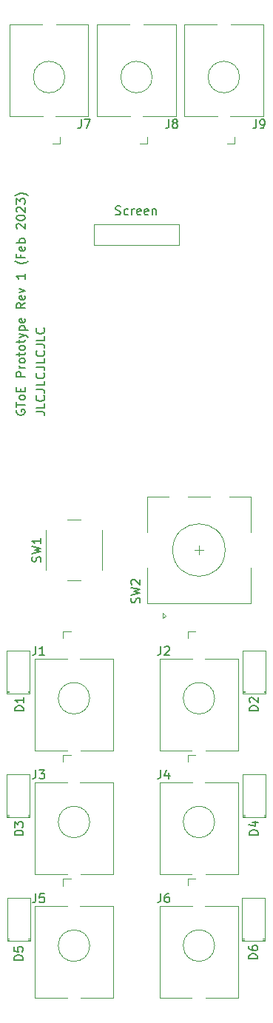
<source format=gbr>
%TF.GenerationSoftware,KiCad,Pcbnew,(6.0.10-0)*%
%TF.CreationDate,2023-02-15T18:47:27+02:00*%
%TF.ProjectId,gtoe,67746f65-2e6b-4696-9361-645f70636258,rev?*%
%TF.SameCoordinates,Original*%
%TF.FileFunction,Legend,Top*%
%TF.FilePolarity,Positive*%
%FSLAX46Y46*%
G04 Gerber Fmt 4.6, Leading zero omitted, Abs format (unit mm)*
G04 Created by KiCad (PCBNEW (6.0.10-0)) date 2023-02-15 18:47:27*
%MOMM*%
%LPD*%
G01*
G04 APERTURE LIST*
%ADD10C,0.150000*%
%ADD11C,0.120000*%
G04 APERTURE END LIST*
D10*
X103492380Y-84649047D02*
X104206666Y-84649047D01*
X104349523Y-84696666D01*
X104444761Y-84791904D01*
X104492380Y-84934761D01*
X104492380Y-85030000D01*
X104492380Y-83696666D02*
X104492380Y-84172857D01*
X103492380Y-84172857D01*
X104397142Y-82791904D02*
X104444761Y-82839523D01*
X104492380Y-82982380D01*
X104492380Y-83077619D01*
X104444761Y-83220476D01*
X104349523Y-83315714D01*
X104254285Y-83363333D01*
X104063809Y-83410952D01*
X103920952Y-83410952D01*
X103730476Y-83363333D01*
X103635238Y-83315714D01*
X103540000Y-83220476D01*
X103492380Y-83077619D01*
X103492380Y-82982380D01*
X103540000Y-82839523D01*
X103587619Y-82791904D01*
X103492380Y-82077619D02*
X104206666Y-82077619D01*
X104349523Y-82125238D01*
X104444761Y-82220476D01*
X104492380Y-82363333D01*
X104492380Y-82458571D01*
X104492380Y-81125238D02*
X104492380Y-81601428D01*
X103492380Y-81601428D01*
X104397142Y-80220476D02*
X104444761Y-80268095D01*
X104492380Y-80410952D01*
X104492380Y-80506190D01*
X104444761Y-80649047D01*
X104349523Y-80744285D01*
X104254285Y-80791904D01*
X104063809Y-80839523D01*
X103920952Y-80839523D01*
X103730476Y-80791904D01*
X103635238Y-80744285D01*
X103540000Y-80649047D01*
X103492380Y-80506190D01*
X103492380Y-80410952D01*
X103540000Y-80268095D01*
X103587619Y-80220476D01*
X103492380Y-79506190D02*
X104206666Y-79506190D01*
X104349523Y-79553809D01*
X104444761Y-79649047D01*
X104492380Y-79791904D01*
X104492380Y-79887142D01*
X104492380Y-78553809D02*
X104492380Y-79030000D01*
X103492380Y-79030000D01*
X104397142Y-77649047D02*
X104444761Y-77696666D01*
X104492380Y-77839523D01*
X104492380Y-77934761D01*
X104444761Y-78077619D01*
X104349523Y-78172857D01*
X104254285Y-78220476D01*
X104063809Y-78268095D01*
X103920952Y-78268095D01*
X103730476Y-78220476D01*
X103635238Y-78172857D01*
X103540000Y-78077619D01*
X103492380Y-77934761D01*
X103492380Y-77839523D01*
X103540000Y-77696666D01*
X103587619Y-77649047D01*
X103492380Y-76934761D02*
X104206666Y-76934761D01*
X104349523Y-76982380D01*
X104444761Y-77077619D01*
X104492380Y-77220476D01*
X104492380Y-77315714D01*
X104492380Y-75982380D02*
X104492380Y-76458571D01*
X103492380Y-76458571D01*
X104397142Y-75077619D02*
X104444761Y-75125238D01*
X104492380Y-75268095D01*
X104492380Y-75363333D01*
X104444761Y-75506190D01*
X104349523Y-75601428D01*
X104254285Y-75649047D01*
X104063809Y-75696666D01*
X103920952Y-75696666D01*
X103730476Y-75649047D01*
X103635238Y-75601428D01*
X103540000Y-75506190D01*
X103492380Y-75363333D01*
X103492380Y-75268095D01*
X103540000Y-75125238D01*
X103587619Y-75077619D01*
X101300000Y-84442857D02*
X101252380Y-84538095D01*
X101252380Y-84680952D01*
X101300000Y-84823809D01*
X101395238Y-84919047D01*
X101490476Y-84966666D01*
X101680952Y-85014285D01*
X101823809Y-85014285D01*
X102014285Y-84966666D01*
X102109523Y-84919047D01*
X102204761Y-84823809D01*
X102252380Y-84680952D01*
X102252380Y-84585714D01*
X102204761Y-84442857D01*
X102157142Y-84395238D01*
X101823809Y-84395238D01*
X101823809Y-84585714D01*
X101252380Y-84109523D02*
X101252380Y-83538095D01*
X102252380Y-83823809D02*
X101252380Y-83823809D01*
X102252380Y-83061904D02*
X102204761Y-83157142D01*
X102157142Y-83204761D01*
X102061904Y-83252380D01*
X101776190Y-83252380D01*
X101680952Y-83204761D01*
X101633333Y-83157142D01*
X101585714Y-83061904D01*
X101585714Y-82919047D01*
X101633333Y-82823809D01*
X101680952Y-82776190D01*
X101776190Y-82728571D01*
X102061904Y-82728571D01*
X102157142Y-82776190D01*
X102204761Y-82823809D01*
X102252380Y-82919047D01*
X102252380Y-83061904D01*
X101728571Y-82300000D02*
X101728571Y-81966666D01*
X102252380Y-81823809D02*
X102252380Y-82300000D01*
X101252380Y-82300000D01*
X101252380Y-81823809D01*
X102252380Y-80633333D02*
X101252380Y-80633333D01*
X101252380Y-80252380D01*
X101300000Y-80157142D01*
X101347619Y-80109523D01*
X101442857Y-80061904D01*
X101585714Y-80061904D01*
X101680952Y-80109523D01*
X101728571Y-80157142D01*
X101776190Y-80252380D01*
X101776190Y-80633333D01*
X102252380Y-79633333D02*
X101585714Y-79633333D01*
X101776190Y-79633333D02*
X101680952Y-79585714D01*
X101633333Y-79538095D01*
X101585714Y-79442857D01*
X101585714Y-79347619D01*
X102252380Y-78871428D02*
X102204761Y-78966666D01*
X102157142Y-79014285D01*
X102061904Y-79061904D01*
X101776190Y-79061904D01*
X101680952Y-79014285D01*
X101633333Y-78966666D01*
X101585714Y-78871428D01*
X101585714Y-78728571D01*
X101633333Y-78633333D01*
X101680952Y-78585714D01*
X101776190Y-78538095D01*
X102061904Y-78538095D01*
X102157142Y-78585714D01*
X102204761Y-78633333D01*
X102252380Y-78728571D01*
X102252380Y-78871428D01*
X101585714Y-78252380D02*
X101585714Y-77871428D01*
X101252380Y-78109523D02*
X102109523Y-78109523D01*
X102204761Y-78061904D01*
X102252380Y-77966666D01*
X102252380Y-77871428D01*
X102252380Y-77395238D02*
X102204761Y-77490476D01*
X102157142Y-77538095D01*
X102061904Y-77585714D01*
X101776190Y-77585714D01*
X101680952Y-77538095D01*
X101633333Y-77490476D01*
X101585714Y-77395238D01*
X101585714Y-77252380D01*
X101633333Y-77157142D01*
X101680952Y-77109523D01*
X101776190Y-77061904D01*
X102061904Y-77061904D01*
X102157142Y-77109523D01*
X102204761Y-77157142D01*
X102252380Y-77252380D01*
X102252380Y-77395238D01*
X101585714Y-76776190D02*
X101585714Y-76395238D01*
X101252380Y-76633333D02*
X102109523Y-76633333D01*
X102204761Y-76585714D01*
X102252380Y-76490476D01*
X102252380Y-76395238D01*
X101585714Y-76157142D02*
X102252380Y-75919047D01*
X101585714Y-75680952D02*
X102252380Y-75919047D01*
X102490476Y-76014285D01*
X102538095Y-76061904D01*
X102585714Y-76157142D01*
X101585714Y-75300000D02*
X102585714Y-75300000D01*
X101633333Y-75300000D02*
X101585714Y-75204761D01*
X101585714Y-75014285D01*
X101633333Y-74919047D01*
X101680952Y-74871428D01*
X101776190Y-74823809D01*
X102061904Y-74823809D01*
X102157142Y-74871428D01*
X102204761Y-74919047D01*
X102252380Y-75014285D01*
X102252380Y-75204761D01*
X102204761Y-75300000D01*
X102204761Y-74014285D02*
X102252380Y-74109523D01*
X102252380Y-74300000D01*
X102204761Y-74395238D01*
X102109523Y-74442857D01*
X101728571Y-74442857D01*
X101633333Y-74395238D01*
X101585714Y-74300000D01*
X101585714Y-74109523D01*
X101633333Y-74014285D01*
X101728571Y-73966666D01*
X101823809Y-73966666D01*
X101919047Y-74442857D01*
X102252380Y-72204761D02*
X101776190Y-72538095D01*
X102252380Y-72776190D02*
X101252380Y-72776190D01*
X101252380Y-72395238D01*
X101300000Y-72300000D01*
X101347619Y-72252380D01*
X101442857Y-72204761D01*
X101585714Y-72204761D01*
X101680952Y-72252380D01*
X101728571Y-72300000D01*
X101776190Y-72395238D01*
X101776190Y-72776190D01*
X102204761Y-71395238D02*
X102252380Y-71490476D01*
X102252380Y-71680952D01*
X102204761Y-71776190D01*
X102109523Y-71823809D01*
X101728571Y-71823809D01*
X101633333Y-71776190D01*
X101585714Y-71680952D01*
X101585714Y-71490476D01*
X101633333Y-71395238D01*
X101728571Y-71347619D01*
X101823809Y-71347619D01*
X101919047Y-71823809D01*
X101585714Y-71014285D02*
X102252380Y-70776190D01*
X101585714Y-70538095D01*
X102252380Y-68871428D02*
X102252380Y-69442857D01*
X102252380Y-69157142D02*
X101252380Y-69157142D01*
X101395238Y-69252380D01*
X101490476Y-69347619D01*
X101538095Y-69442857D01*
X102633333Y-67395238D02*
X102585714Y-67442857D01*
X102442857Y-67538095D01*
X102347619Y-67585714D01*
X102204761Y-67633333D01*
X101966666Y-67680952D01*
X101776190Y-67680952D01*
X101538095Y-67633333D01*
X101395238Y-67585714D01*
X101300000Y-67538095D01*
X101157142Y-67442857D01*
X101109523Y-67395238D01*
X101728571Y-66680952D02*
X101728571Y-67014285D01*
X102252380Y-67014285D02*
X101252380Y-67014285D01*
X101252380Y-66538095D01*
X102204761Y-65776190D02*
X102252380Y-65871428D01*
X102252380Y-66061904D01*
X102204761Y-66157142D01*
X102109523Y-66204761D01*
X101728571Y-66204761D01*
X101633333Y-66157142D01*
X101585714Y-66061904D01*
X101585714Y-65871428D01*
X101633333Y-65776190D01*
X101728571Y-65728571D01*
X101823809Y-65728571D01*
X101919047Y-66204761D01*
X102252380Y-65300000D02*
X101252380Y-65300000D01*
X101633333Y-65300000D02*
X101585714Y-65204761D01*
X101585714Y-65014285D01*
X101633333Y-64919047D01*
X101680952Y-64871428D01*
X101776190Y-64823809D01*
X102061904Y-64823809D01*
X102157142Y-64871428D01*
X102204761Y-64919047D01*
X102252380Y-65014285D01*
X102252380Y-65204761D01*
X102204761Y-65300000D01*
X101347619Y-63680952D02*
X101300000Y-63633333D01*
X101252380Y-63538095D01*
X101252380Y-63300000D01*
X101300000Y-63204761D01*
X101347619Y-63157142D01*
X101442857Y-63109523D01*
X101538095Y-63109523D01*
X101680952Y-63157142D01*
X102252380Y-63728571D01*
X102252380Y-63109523D01*
X101252380Y-62490476D02*
X101252380Y-62395238D01*
X101300000Y-62300000D01*
X101347619Y-62252380D01*
X101442857Y-62204761D01*
X101633333Y-62157142D01*
X101871428Y-62157142D01*
X102061904Y-62204761D01*
X102157142Y-62252380D01*
X102204761Y-62300000D01*
X102252380Y-62395238D01*
X102252380Y-62490476D01*
X102204761Y-62585714D01*
X102157142Y-62633333D01*
X102061904Y-62680952D01*
X101871428Y-62728571D01*
X101633333Y-62728571D01*
X101442857Y-62680952D01*
X101347619Y-62633333D01*
X101300000Y-62585714D01*
X101252380Y-62490476D01*
X101347619Y-61776190D02*
X101300000Y-61728571D01*
X101252380Y-61633333D01*
X101252380Y-61395238D01*
X101300000Y-61300000D01*
X101347619Y-61252380D01*
X101442857Y-61204761D01*
X101538095Y-61204761D01*
X101680952Y-61252380D01*
X102252380Y-61823809D01*
X102252380Y-61204761D01*
X101252380Y-60871428D02*
X101252380Y-60252380D01*
X101633333Y-60585714D01*
X101633333Y-60442857D01*
X101680952Y-60347619D01*
X101728571Y-60300000D01*
X101823809Y-60252380D01*
X102061904Y-60252380D01*
X102157142Y-60300000D01*
X102204761Y-60347619D01*
X102252380Y-60442857D01*
X102252380Y-60728571D01*
X102204761Y-60823809D01*
X102157142Y-60871428D01*
X102633333Y-59919047D02*
X102585714Y-59871428D01*
X102442857Y-59776190D01*
X102347619Y-59728571D01*
X102204761Y-59680952D01*
X101966666Y-59633333D01*
X101776190Y-59633333D01*
X101538095Y-59680952D01*
X101395238Y-59728571D01*
X101300000Y-59776190D01*
X101157142Y-59871428D01*
X101109523Y-59919047D01*
%TO.C,J9*%
X128696666Y-51202380D02*
X128696666Y-51916666D01*
X128649047Y-52059523D01*
X128553809Y-52154761D01*
X128410952Y-52202380D01*
X128315714Y-52202380D01*
X129220476Y-52202380D02*
X129410952Y-52202380D01*
X129506190Y-52154761D01*
X129553809Y-52107142D01*
X129649047Y-51964285D01*
X129696666Y-51773809D01*
X129696666Y-51392857D01*
X129649047Y-51297619D01*
X129601428Y-51250000D01*
X129506190Y-51202380D01*
X129315714Y-51202380D01*
X129220476Y-51250000D01*
X129172857Y-51297619D01*
X129125238Y-51392857D01*
X129125238Y-51630952D01*
X129172857Y-51726190D01*
X129220476Y-51773809D01*
X129315714Y-51821428D01*
X129506190Y-51821428D01*
X129601428Y-51773809D01*
X129649047Y-51726190D01*
X129696666Y-51630952D01*
%TO.C,D5*%
X102002380Y-147338095D02*
X101002380Y-147338095D01*
X101002380Y-147100000D01*
X101050000Y-146957142D01*
X101145238Y-146861904D01*
X101240476Y-146814285D01*
X101430952Y-146766666D01*
X101573809Y-146766666D01*
X101764285Y-146814285D01*
X101859523Y-146861904D01*
X101954761Y-146957142D01*
X102002380Y-147100000D01*
X102002380Y-147338095D01*
X101002380Y-145861904D02*
X101002380Y-146338095D01*
X101478571Y-146385714D01*
X101430952Y-146338095D01*
X101383333Y-146242857D01*
X101383333Y-146004761D01*
X101430952Y-145909523D01*
X101478571Y-145861904D01*
X101573809Y-145814285D01*
X101811904Y-145814285D01*
X101907142Y-145861904D01*
X101954761Y-145909523D01*
X102002380Y-146004761D01*
X102002380Y-146242857D01*
X101954761Y-146338095D01*
X101907142Y-146385714D01*
%TO.C,J2*%
X117786666Y-111452380D02*
X117786666Y-112166666D01*
X117739047Y-112309523D01*
X117643809Y-112404761D01*
X117500952Y-112452380D01*
X117405714Y-112452380D01*
X118215238Y-111547619D02*
X118262857Y-111500000D01*
X118358095Y-111452380D01*
X118596190Y-111452380D01*
X118691428Y-111500000D01*
X118739047Y-111547619D01*
X118786666Y-111642857D01*
X118786666Y-111738095D01*
X118739047Y-111880952D01*
X118167619Y-112452380D01*
X118786666Y-112452380D01*
%TO.C,J5*%
X103486666Y-139752380D02*
X103486666Y-140466666D01*
X103439047Y-140609523D01*
X103343809Y-140704761D01*
X103200952Y-140752380D01*
X103105714Y-140752380D01*
X104439047Y-139752380D02*
X103962857Y-139752380D01*
X103915238Y-140228571D01*
X103962857Y-140180952D01*
X104058095Y-140133333D01*
X104296190Y-140133333D01*
X104391428Y-140180952D01*
X104439047Y-140228571D01*
X104486666Y-140323809D01*
X104486666Y-140561904D01*
X104439047Y-140657142D01*
X104391428Y-140704761D01*
X104296190Y-140752380D01*
X104058095Y-140752380D01*
X103962857Y-140704761D01*
X103915238Y-140657142D01*
%TO.C,J8*%
X118696666Y-51202380D02*
X118696666Y-51916666D01*
X118649047Y-52059523D01*
X118553809Y-52154761D01*
X118410952Y-52202380D01*
X118315714Y-52202380D01*
X119315714Y-51630952D02*
X119220476Y-51583333D01*
X119172857Y-51535714D01*
X119125238Y-51440476D01*
X119125238Y-51392857D01*
X119172857Y-51297619D01*
X119220476Y-51250000D01*
X119315714Y-51202380D01*
X119506190Y-51202380D01*
X119601428Y-51250000D01*
X119649047Y-51297619D01*
X119696666Y-51392857D01*
X119696666Y-51440476D01*
X119649047Y-51535714D01*
X119601428Y-51583333D01*
X119506190Y-51630952D01*
X119315714Y-51630952D01*
X119220476Y-51678571D01*
X119172857Y-51726190D01*
X119125238Y-51821428D01*
X119125238Y-52011904D01*
X119172857Y-52107142D01*
X119220476Y-52154761D01*
X119315714Y-52202380D01*
X119506190Y-52202380D01*
X119601428Y-52154761D01*
X119649047Y-52107142D01*
X119696666Y-52011904D01*
X119696666Y-51821428D01*
X119649047Y-51726190D01*
X119601428Y-51678571D01*
X119506190Y-51630952D01*
%TO.C,D4*%
X128922380Y-133018095D02*
X127922380Y-133018095D01*
X127922380Y-132780000D01*
X127970000Y-132637142D01*
X128065238Y-132541904D01*
X128160476Y-132494285D01*
X128350952Y-132446666D01*
X128493809Y-132446666D01*
X128684285Y-132494285D01*
X128779523Y-132541904D01*
X128874761Y-132637142D01*
X128922380Y-132780000D01*
X128922380Y-133018095D01*
X128255714Y-131589523D02*
X128922380Y-131589523D01*
X127874761Y-131827619D02*
X128589047Y-132065714D01*
X128589047Y-131446666D01*
%TO.C,D3*%
X102042380Y-133068095D02*
X101042380Y-133068095D01*
X101042380Y-132830000D01*
X101090000Y-132687142D01*
X101185238Y-132591904D01*
X101280476Y-132544285D01*
X101470952Y-132496666D01*
X101613809Y-132496666D01*
X101804285Y-132544285D01*
X101899523Y-132591904D01*
X101994761Y-132687142D01*
X102042380Y-132830000D01*
X102042380Y-133068095D01*
X101042380Y-132163333D02*
X101042380Y-131544285D01*
X101423333Y-131877619D01*
X101423333Y-131734761D01*
X101470952Y-131639523D01*
X101518571Y-131591904D01*
X101613809Y-131544285D01*
X101851904Y-131544285D01*
X101947142Y-131591904D01*
X101994761Y-131639523D01*
X102042380Y-131734761D01*
X102042380Y-132020476D01*
X101994761Y-132115714D01*
X101947142Y-132163333D01*
%TO.C,J3*%
X103486666Y-125602380D02*
X103486666Y-126316666D01*
X103439047Y-126459523D01*
X103343809Y-126554761D01*
X103200952Y-126602380D01*
X103105714Y-126602380D01*
X103867619Y-125602380D02*
X104486666Y-125602380D01*
X104153333Y-125983333D01*
X104296190Y-125983333D01*
X104391428Y-126030952D01*
X104439047Y-126078571D01*
X104486666Y-126173809D01*
X104486666Y-126411904D01*
X104439047Y-126507142D01*
X104391428Y-126554761D01*
X104296190Y-126602380D01*
X104010476Y-126602380D01*
X103915238Y-126554761D01*
X103867619Y-126507142D01*
%TO.C,D2*%
X128922380Y-118828095D02*
X127922380Y-118828095D01*
X127922380Y-118590000D01*
X127970000Y-118447142D01*
X128065238Y-118351904D01*
X128160476Y-118304285D01*
X128350952Y-118256666D01*
X128493809Y-118256666D01*
X128684285Y-118304285D01*
X128779523Y-118351904D01*
X128874761Y-118447142D01*
X128922380Y-118590000D01*
X128922380Y-118828095D01*
X128017619Y-117875714D02*
X127970000Y-117828095D01*
X127922380Y-117732857D01*
X127922380Y-117494761D01*
X127970000Y-117399523D01*
X128017619Y-117351904D01*
X128112857Y-117304285D01*
X128208095Y-117304285D01*
X128350952Y-117351904D01*
X128922380Y-117923333D01*
X128922380Y-117304285D01*
%TO.C,SW2*%
X115354761Y-106483333D02*
X115402380Y-106340476D01*
X115402380Y-106102380D01*
X115354761Y-106007142D01*
X115307142Y-105959523D01*
X115211904Y-105911904D01*
X115116666Y-105911904D01*
X115021428Y-105959523D01*
X114973809Y-106007142D01*
X114926190Y-106102380D01*
X114878571Y-106292857D01*
X114830952Y-106388095D01*
X114783333Y-106435714D01*
X114688095Y-106483333D01*
X114592857Y-106483333D01*
X114497619Y-106435714D01*
X114450000Y-106388095D01*
X114402380Y-106292857D01*
X114402380Y-106054761D01*
X114450000Y-105911904D01*
X114402380Y-105578571D02*
X115402380Y-105340476D01*
X114688095Y-105150000D01*
X115402380Y-104959523D01*
X114402380Y-104721428D01*
X114497619Y-104388095D02*
X114450000Y-104340476D01*
X114402380Y-104245238D01*
X114402380Y-104007142D01*
X114450000Y-103911904D01*
X114497619Y-103864285D01*
X114592857Y-103816666D01*
X114688095Y-103816666D01*
X114830952Y-103864285D01*
X115402380Y-104435714D01*
X115402380Y-103816666D01*
%TO.C,J6*%
X117786666Y-139742380D02*
X117786666Y-140456666D01*
X117739047Y-140599523D01*
X117643809Y-140694761D01*
X117500952Y-140742380D01*
X117405714Y-140742380D01*
X118691428Y-139742380D02*
X118500952Y-139742380D01*
X118405714Y-139790000D01*
X118358095Y-139837619D01*
X118262857Y-139980476D01*
X118215238Y-140170952D01*
X118215238Y-140551904D01*
X118262857Y-140647142D01*
X118310476Y-140694761D01*
X118405714Y-140742380D01*
X118596190Y-140742380D01*
X118691428Y-140694761D01*
X118739047Y-140647142D01*
X118786666Y-140551904D01*
X118786666Y-140313809D01*
X118739047Y-140218571D01*
X118691428Y-140170952D01*
X118596190Y-140123333D01*
X118405714Y-140123333D01*
X118310476Y-140170952D01*
X118262857Y-140218571D01*
X118215238Y-140313809D01*
%TO.C,Screen*%
X112616666Y-62054761D02*
X112759523Y-62102380D01*
X112997619Y-62102380D01*
X113092857Y-62054761D01*
X113140476Y-62007142D01*
X113188095Y-61911904D01*
X113188095Y-61816666D01*
X113140476Y-61721428D01*
X113092857Y-61673809D01*
X112997619Y-61626190D01*
X112807142Y-61578571D01*
X112711904Y-61530952D01*
X112664285Y-61483333D01*
X112616666Y-61388095D01*
X112616666Y-61292857D01*
X112664285Y-61197619D01*
X112711904Y-61150000D01*
X112807142Y-61102380D01*
X113045238Y-61102380D01*
X113188095Y-61150000D01*
X114045238Y-62054761D02*
X113950000Y-62102380D01*
X113759523Y-62102380D01*
X113664285Y-62054761D01*
X113616666Y-62007142D01*
X113569047Y-61911904D01*
X113569047Y-61626190D01*
X113616666Y-61530952D01*
X113664285Y-61483333D01*
X113759523Y-61435714D01*
X113950000Y-61435714D01*
X114045238Y-61483333D01*
X114473809Y-62102380D02*
X114473809Y-61435714D01*
X114473809Y-61626190D02*
X114521428Y-61530952D01*
X114569047Y-61483333D01*
X114664285Y-61435714D01*
X114759523Y-61435714D01*
X115473809Y-62054761D02*
X115378571Y-62102380D01*
X115188095Y-62102380D01*
X115092857Y-62054761D01*
X115045238Y-61959523D01*
X115045238Y-61578571D01*
X115092857Y-61483333D01*
X115188095Y-61435714D01*
X115378571Y-61435714D01*
X115473809Y-61483333D01*
X115521428Y-61578571D01*
X115521428Y-61673809D01*
X115045238Y-61769047D01*
X116330952Y-62054761D02*
X116235714Y-62102380D01*
X116045238Y-62102380D01*
X115950000Y-62054761D01*
X115902380Y-61959523D01*
X115902380Y-61578571D01*
X115950000Y-61483333D01*
X116045238Y-61435714D01*
X116235714Y-61435714D01*
X116330952Y-61483333D01*
X116378571Y-61578571D01*
X116378571Y-61673809D01*
X115902380Y-61769047D01*
X116807142Y-61435714D02*
X116807142Y-62102380D01*
X116807142Y-61530952D02*
X116854761Y-61483333D01*
X116950000Y-61435714D01*
X117092857Y-61435714D01*
X117188095Y-61483333D01*
X117235714Y-61578571D01*
X117235714Y-62102380D01*
%TO.C,J1*%
X103486666Y-111452380D02*
X103486666Y-112166666D01*
X103439047Y-112309523D01*
X103343809Y-112404761D01*
X103200952Y-112452380D01*
X103105714Y-112452380D01*
X104486666Y-112452380D02*
X103915238Y-112452380D01*
X104200952Y-112452380D02*
X104200952Y-111452380D01*
X104105714Y-111595238D01*
X104010476Y-111690476D01*
X103915238Y-111738095D01*
%TO.C,D6*%
X128862380Y-147198095D02*
X127862380Y-147198095D01*
X127862380Y-146960000D01*
X127910000Y-146817142D01*
X128005238Y-146721904D01*
X128100476Y-146674285D01*
X128290952Y-146626666D01*
X128433809Y-146626666D01*
X128624285Y-146674285D01*
X128719523Y-146721904D01*
X128814761Y-146817142D01*
X128862380Y-146960000D01*
X128862380Y-147198095D01*
X127862380Y-145769523D02*
X127862380Y-145960000D01*
X127910000Y-146055238D01*
X127957619Y-146102857D01*
X128100476Y-146198095D01*
X128290952Y-146245714D01*
X128671904Y-146245714D01*
X128767142Y-146198095D01*
X128814761Y-146150476D01*
X128862380Y-146055238D01*
X128862380Y-145864761D01*
X128814761Y-145769523D01*
X128767142Y-145721904D01*
X128671904Y-145674285D01*
X128433809Y-145674285D01*
X128338571Y-145721904D01*
X128290952Y-145769523D01*
X128243333Y-145864761D01*
X128243333Y-146055238D01*
X128290952Y-146150476D01*
X128338571Y-146198095D01*
X128433809Y-146245714D01*
%TO.C,D1*%
X102092380Y-118838095D02*
X101092380Y-118838095D01*
X101092380Y-118600000D01*
X101140000Y-118457142D01*
X101235238Y-118361904D01*
X101330476Y-118314285D01*
X101520952Y-118266666D01*
X101663809Y-118266666D01*
X101854285Y-118314285D01*
X101949523Y-118361904D01*
X102044761Y-118457142D01*
X102092380Y-118600000D01*
X102092380Y-118838095D01*
X102092380Y-117314285D02*
X102092380Y-117885714D01*
X102092380Y-117600000D02*
X101092380Y-117600000D01*
X101235238Y-117695238D01*
X101330476Y-117790476D01*
X101378095Y-117885714D01*
%TO.C,J4*%
X117786666Y-125602380D02*
X117786666Y-126316666D01*
X117739047Y-126459523D01*
X117643809Y-126554761D01*
X117500952Y-126602380D01*
X117405714Y-126602380D01*
X118691428Y-125935714D02*
X118691428Y-126602380D01*
X118453333Y-125554761D02*
X118215238Y-126269047D01*
X118834285Y-126269047D01*
%TO.C,J7*%
X108696666Y-51202380D02*
X108696666Y-51916666D01*
X108649047Y-52059523D01*
X108553809Y-52154761D01*
X108410952Y-52202380D01*
X108315714Y-52202380D01*
X109077619Y-51202380D02*
X109744285Y-51202380D01*
X109315714Y-52202380D01*
%TO.C,SW1*%
X104004761Y-101783333D02*
X104052380Y-101640476D01*
X104052380Y-101402380D01*
X104004761Y-101307142D01*
X103957142Y-101259523D01*
X103861904Y-101211904D01*
X103766666Y-101211904D01*
X103671428Y-101259523D01*
X103623809Y-101307142D01*
X103576190Y-101402380D01*
X103528571Y-101592857D01*
X103480952Y-101688095D01*
X103433333Y-101735714D01*
X103338095Y-101783333D01*
X103242857Y-101783333D01*
X103147619Y-101735714D01*
X103100000Y-101688095D01*
X103052380Y-101592857D01*
X103052380Y-101354761D01*
X103100000Y-101211904D01*
X103052380Y-100878571D02*
X104052380Y-100640476D01*
X103338095Y-100450000D01*
X104052380Y-100259523D01*
X103052380Y-100021428D01*
X104052380Y-99116666D02*
X104052380Y-99688095D01*
X104052380Y-99402380D02*
X103052380Y-99402380D01*
X103195238Y-99497619D01*
X103290476Y-99592857D01*
X103338095Y-99688095D01*
D11*
%TO.C,J9*%
X120500000Y-50850000D02*
X120500000Y-40350000D01*
X126230000Y-54000000D02*
X126230000Y-53200000D01*
X120500000Y-50850000D02*
X124280000Y-50850000D01*
X120500000Y-40350000D02*
X124200000Y-40350000D01*
X129500000Y-50850000D02*
X129500000Y-40350000D01*
X125800000Y-40350000D02*
X129500000Y-40350000D01*
X126230000Y-54000000D02*
X125370000Y-54000000D01*
X125720000Y-50850000D02*
X129500000Y-50850000D01*
X126800000Y-46350000D02*
G75*
G03*
X126800000Y-46350000I-1800000J0D01*
G01*
%TO.C,D5*%
X102830000Y-145160000D02*
X102830000Y-140240000D01*
X100210000Y-145040000D02*
X100440000Y-145040000D01*
X100210000Y-144920000D02*
X100440000Y-144920000D01*
X100210000Y-145160000D02*
X102830000Y-145160000D01*
X102600000Y-145040000D02*
X102830000Y-145040000D01*
X100210000Y-145160000D02*
X100210000Y-140240000D01*
X102600000Y-144920000D02*
X102830000Y-144920000D01*
X100210000Y-140240000D02*
X102830000Y-140240000D01*
%TO.C,J2*%
X121430000Y-112900000D02*
X117650000Y-112900000D01*
X120920000Y-109750000D02*
X121780000Y-109750000D01*
X121350000Y-123400000D02*
X117650000Y-123400000D01*
X126650000Y-123400000D02*
X122950000Y-123400000D01*
X120920000Y-109750000D02*
X120920000Y-110550000D01*
X117650000Y-112900000D02*
X117650000Y-123400000D01*
X126650000Y-112900000D02*
X122870000Y-112900000D01*
X126650000Y-112900000D02*
X126650000Y-123400000D01*
X123950000Y-117400000D02*
G75*
G03*
X123950000Y-117400000I-1800000J0D01*
G01*
%TO.C,J5*%
X112350000Y-141200000D02*
X108570000Y-141200000D01*
X107050000Y-151700000D02*
X103350000Y-151700000D01*
X112350000Y-141200000D02*
X112350000Y-151700000D01*
X107130000Y-141200000D02*
X103350000Y-141200000D01*
X112350000Y-151700000D02*
X108650000Y-151700000D01*
X106620000Y-138050000D02*
X107480000Y-138050000D01*
X106620000Y-138050000D02*
X106620000Y-138850000D01*
X103350000Y-141200000D02*
X103350000Y-151700000D01*
X109650000Y-145700000D02*
G75*
G03*
X109650000Y-145700000I-1800000J0D01*
G01*
%TO.C,J8*%
X110500000Y-40350000D02*
X114200000Y-40350000D01*
X115800000Y-40350000D02*
X119500000Y-40350000D01*
X110500000Y-50850000D02*
X114280000Y-50850000D01*
X116230000Y-54000000D02*
X116230000Y-53200000D01*
X119500000Y-50850000D02*
X119500000Y-40350000D01*
X115720000Y-50850000D02*
X119500000Y-50850000D01*
X110500000Y-50850000D02*
X110500000Y-40350000D01*
X116230000Y-54000000D02*
X115370000Y-54000000D01*
X116800000Y-46350000D02*
G75*
G03*
X116800000Y-46350000I-1800000J0D01*
G01*
%TO.C,D4*%
X127190000Y-130890000D02*
X127420000Y-130890000D01*
X127190000Y-131010000D02*
X127190000Y-126090000D01*
X127190000Y-130770000D02*
X127420000Y-130770000D01*
X129580000Y-130770000D02*
X129810000Y-130770000D01*
X129580000Y-130890000D02*
X129810000Y-130890000D01*
X127190000Y-126090000D02*
X129810000Y-126090000D01*
X127190000Y-131010000D02*
X129810000Y-131010000D01*
X129810000Y-131010000D02*
X129810000Y-126090000D01*
%TO.C,D3*%
X100190000Y-130890000D02*
X100420000Y-130890000D01*
X100190000Y-126090000D02*
X102810000Y-126090000D01*
X100190000Y-131010000D02*
X100190000Y-126090000D01*
X100190000Y-131010000D02*
X102810000Y-131010000D01*
X102580000Y-130770000D02*
X102810000Y-130770000D01*
X102810000Y-131010000D02*
X102810000Y-126090000D01*
X102580000Y-130890000D02*
X102810000Y-130890000D01*
X100190000Y-130770000D02*
X100420000Y-130770000D01*
%TO.C,J3*%
X106620000Y-123900000D02*
X106620000Y-124700000D01*
X112350000Y-127050000D02*
X108570000Y-127050000D01*
X103350000Y-127050000D02*
X103350000Y-137550000D01*
X106620000Y-123900000D02*
X107480000Y-123900000D01*
X107130000Y-127050000D02*
X103350000Y-127050000D01*
X107050000Y-137550000D02*
X103350000Y-137550000D01*
X112350000Y-127050000D02*
X112350000Y-137550000D01*
X112350000Y-137550000D02*
X108650000Y-137550000D01*
X109650000Y-131550000D02*
G75*
G03*
X109650000Y-131550000I-1800000J0D01*
G01*
%TO.C,D2*%
X129810000Y-116860000D02*
X129810000Y-111940000D01*
X129580000Y-116740000D02*
X129810000Y-116740000D01*
X127190000Y-111940000D02*
X129810000Y-111940000D01*
X127190000Y-116860000D02*
X127190000Y-111940000D01*
X127190000Y-116740000D02*
X127420000Y-116740000D01*
X127190000Y-116860000D02*
X129810000Y-116860000D01*
X127190000Y-116620000D02*
X127420000Y-116620000D01*
X129580000Y-116620000D02*
X129810000Y-116620000D01*
%TO.C,SW2*%
X118050000Y-108250000D02*
X118050000Y-107650000D01*
X125650000Y-94350000D02*
X128050000Y-94350000D01*
X116250000Y-102450000D02*
X116250000Y-106550000D01*
X128050000Y-102450000D02*
X128050000Y-106550000D01*
X122150000Y-100950000D02*
X122150000Y-99950000D01*
X128050000Y-94350000D02*
X128050000Y-98450000D01*
X116250000Y-94350000D02*
X118650000Y-94350000D01*
X118050000Y-107650000D02*
X118350000Y-107950000D01*
X121650000Y-100450000D02*
X122650000Y-100450000D01*
X120850000Y-94350000D02*
X123450000Y-94350000D01*
X116250000Y-98450000D02*
X116250000Y-94350000D01*
X116250000Y-106550000D02*
X128050000Y-106550000D01*
X118350000Y-107950000D02*
X118050000Y-108250000D01*
X125150000Y-100450000D02*
G75*
G03*
X125150000Y-100450000I-3000000J0D01*
G01*
%TO.C,J6*%
X120920000Y-138040000D02*
X121780000Y-138040000D01*
X121350000Y-151690000D02*
X117650000Y-151690000D01*
X126650000Y-151690000D02*
X122950000Y-151690000D01*
X126650000Y-141190000D02*
X126650000Y-151690000D01*
X117650000Y-141190000D02*
X117650000Y-151690000D01*
X126650000Y-141190000D02*
X122870000Y-141190000D01*
X121430000Y-141190000D02*
X117650000Y-141190000D01*
X120920000Y-138040000D02*
X120920000Y-138840000D01*
X123950000Y-145690000D02*
G75*
G03*
X123950000Y-145690000I-1800000J0D01*
G01*
%TO.C,Screen*%
X119879000Y-63187000D02*
X119879000Y-65600000D01*
X110100000Y-63187000D02*
X110100000Y-65600000D01*
X110100000Y-63187000D02*
X119879000Y-63187000D01*
X119879000Y-65600000D02*
X110100000Y-65600000D01*
%TO.C,J1*%
X106620000Y-109750000D02*
X106620000Y-110550000D01*
X112350000Y-112900000D02*
X108570000Y-112900000D01*
X107130000Y-112900000D02*
X103350000Y-112900000D01*
X106620000Y-109750000D02*
X107480000Y-109750000D01*
X107050000Y-123400000D02*
X103350000Y-123400000D01*
X103350000Y-112900000D02*
X103350000Y-123400000D01*
X112350000Y-112900000D02*
X112350000Y-123400000D01*
X112350000Y-123400000D02*
X108650000Y-123400000D01*
X109650000Y-117400000D02*
G75*
G03*
X109650000Y-117400000I-1800000J0D01*
G01*
%TO.C,D6*%
X127090000Y-140240000D02*
X129710000Y-140240000D01*
X129480000Y-144920000D02*
X129710000Y-144920000D01*
X127090000Y-144920000D02*
X127320000Y-144920000D01*
X129480000Y-145040000D02*
X129710000Y-145040000D01*
X127090000Y-145160000D02*
X127090000Y-140240000D01*
X127090000Y-145040000D02*
X127320000Y-145040000D01*
X129710000Y-145160000D02*
X129710000Y-140240000D01*
X127090000Y-145160000D02*
X129710000Y-145160000D01*
%TO.C,D1*%
X100190000Y-116860000D02*
X102810000Y-116860000D01*
X100190000Y-111940000D02*
X102810000Y-111940000D01*
X100190000Y-116620000D02*
X100420000Y-116620000D01*
X100190000Y-116740000D02*
X100420000Y-116740000D01*
X102580000Y-116620000D02*
X102810000Y-116620000D01*
X102580000Y-116740000D02*
X102810000Y-116740000D01*
X102810000Y-116860000D02*
X102810000Y-111940000D01*
X100190000Y-116860000D02*
X100190000Y-111940000D01*
%TO.C,J4*%
X121430000Y-127050000D02*
X117650000Y-127050000D01*
X126650000Y-127050000D02*
X122870000Y-127050000D01*
X126650000Y-137550000D02*
X122950000Y-137550000D01*
X120920000Y-123900000D02*
X120920000Y-124700000D01*
X117650000Y-127050000D02*
X117650000Y-137550000D01*
X120920000Y-123900000D02*
X121780000Y-123900000D01*
X121350000Y-137550000D02*
X117650000Y-137550000D01*
X126650000Y-127050000D02*
X126650000Y-137550000D01*
X123950000Y-131550000D02*
G75*
G03*
X123950000Y-131550000I-1800000J0D01*
G01*
%TO.C,J7*%
X100500000Y-40350000D02*
X104200000Y-40350000D01*
X100500000Y-50850000D02*
X104280000Y-50850000D01*
X100500000Y-50850000D02*
X100500000Y-40350000D01*
X105800000Y-40350000D02*
X109500000Y-40350000D01*
X106230000Y-54000000D02*
X106230000Y-53200000D01*
X109500000Y-50850000D02*
X109500000Y-40350000D01*
X105720000Y-50850000D02*
X109500000Y-50850000D01*
X106230000Y-54000000D02*
X105370000Y-54000000D01*
X106800000Y-46350000D02*
G75*
G03*
X106800000Y-46350000I-1800000J0D01*
G01*
%TO.C,SW1*%
X108600000Y-96950000D02*
X107100000Y-96950000D01*
X107100000Y-103950000D02*
X108600000Y-103950000D01*
X104600000Y-98200000D02*
X104600000Y-102700000D01*
X111100000Y-102700000D02*
X111100000Y-98200000D01*
%TD*%
M02*

</source>
